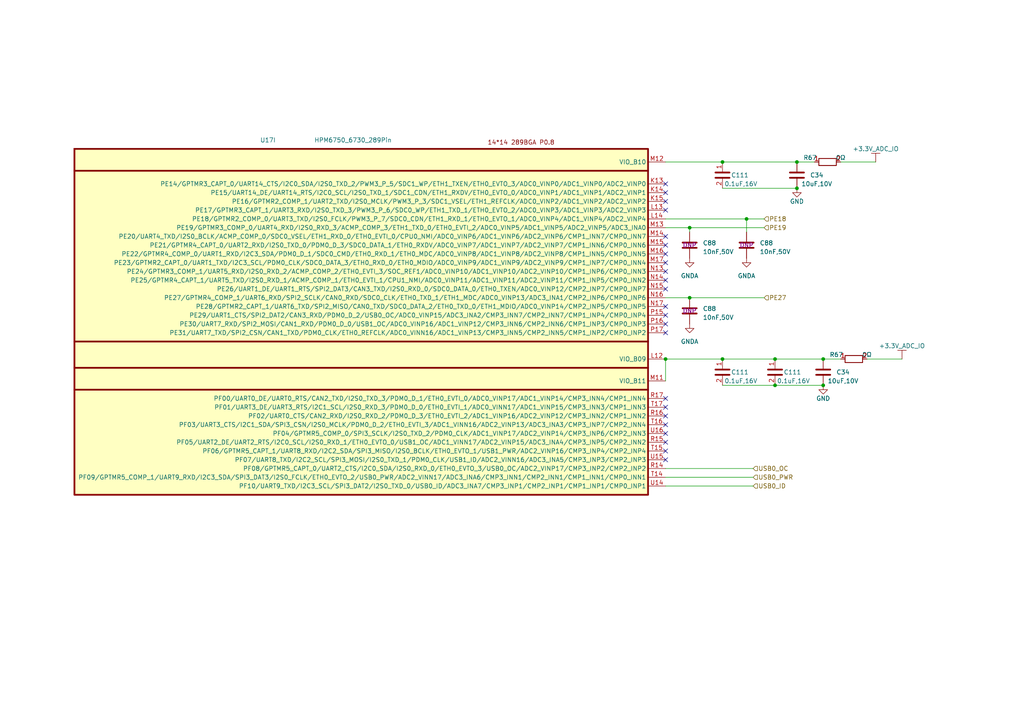
<source format=kicad_sch>
(kicad_sch (version 20230121) (generator eeschema)
  (paper "A4")
  (junction (at 238.76 111.76))
  (junction (at 238.76 104.14))
  (junction (at 200.025 66.04))
  (junction (at 209.55 46.99))
  (junction (at 209.55 104.14))
  (junction (at 231.14 46.99))
  (junction (at 200.025 86.36))
  (junction (at 231.14 54.61))
  (junction (at 224.79 104.14))
  (junction (at 224.79 111.76))
  (junction (at 216.535 63.5))
  (junction (at 193.04 104.14))
  (no_connect (at 193.04 93.98))
  (no_connect (at 193.04 81.28))
  (no_connect (at 193.04 88.9))
  (no_connect (at 193.04 125.73))
  (no_connect (at 193.04 115.57))
  (no_connect (at 193.04 78.74))
  (no_connect (at 193.04 83.82))
  (no_connect (at 193.04 123.19))
  (no_connect (at 193.04 55.88))
  (no_connect (at 193.04 53.34))
  (no_connect (at 193.04 58.42))
  (no_connect (at 193.04 73.66))
  (no_connect (at 193.04 133.35))
  (no_connect (at 193.04 96.52))
  (no_connect (at 193.04 91.44))
  (no_connect (at 193.04 128.27))
  (no_connect (at 193.04 76.2))
  (no_connect (at 193.04 130.81))
  (no_connect (at 193.04 60.96))
  (no_connect (at 193.04 71.12))
  (no_connect (at 193.04 68.58))
  (no_connect (at 193.04 118.11))
  (no_connect (at 193.04 120.65))
  (wire (pts (xy 216.535 63.5) (xy 216.535 67.31)))
  (wire (pts (xy 193.04 66.04) (xy 200.025 66.04)))
  (wire (pts (xy 231.14 46.99) (xy 236.22 46.99)))
  (wire (pts (xy 251.46 104.14) (xy 261.62 104.14)))
  (wire (pts (xy 224.79 111.76) (xy 238.76 111.76)))
  (wire (pts (xy 243.84 46.99) (xy 254 46.99)))
  (wire (pts (xy 224.79 104.14) (xy 238.76 104.14)))
  (wire (pts (xy 200.025 67.31) (xy 200.025 66.04)))
  (wire (pts (xy 193.04 104.14) (xy 209.55 104.14)))
  (wire (pts (xy 209.55 54.61) (xy 231.14 54.61)))
  (wire (pts (xy 200.025 86.36) (xy 193.04 86.36)))
  (wire (pts (xy 200.025 66.04) (xy 221.615 66.04)))
  (wire (pts (xy 218.44 135.89) (xy 193.04 135.89)))
  (wire (pts (xy 238.76 104.14) (xy 243.84 104.14)))
  (wire (pts (xy 218.44 138.43) (xy 193.04 138.43)))
  (wire (pts (xy 216.535 63.5) (xy 193.04 63.5)))
  (wire (pts (xy 193.04 140.97) (xy 218.44 140.97)))
  (wire (pts (xy 209.55 111.76) (xy 224.79 111.76)))
  (wire (pts (xy 221.615 63.5) (xy 216.535 63.5)))
  (wire (pts (xy 209.55 104.14) (xy 224.79 104.14)))
  (wire (pts (xy 209.55 46.99) (xy 231.14 46.99)))
  (wire (pts (xy 193.04 46.99) (xy 209.55 46.99)))
  (wire (pts (xy 193.04 104.14) (xy 193.04 110.49)))
  (wire (pts (xy 221.615 86.36) (xy 200.025 86.36)))
  (hierarchical_label "USB0_PWR" (shape input) (at 218.44 138.43 0))
  (hierarchical_label "PE18" (shape input) (at 221.615 63.5 0))
  (hierarchical_label "USB0_OC" (shape input) (at 218.44 135.89 0))
  (hierarchical_label "PE19" (shape input) (at 221.615 66.04 0))
  (hierarchical_label "PE27" (shape input) (at 221.615 86.36 0))
  (hierarchical_label "USB0_ID" (shape input) (at 218.44 140.97 0))
  (symbol (lib_name "0.1uF,16V_7") (lib_id "03_HPM_CAP:0.1uF,16V") (at 224.79 107.95 0) (mirror y) (unit 1)
    (property "Reference" "C111" (at 232.41 107.95 0) (effects (justify left)))
    (property "Value" "0.1uF,16V" (at 234.95 110.49 0) (effects (justify left)))
    (property "Footprint" "03_HPM_CAP:C_0402_1005Metric" (effects hide))
    (instances (project "HPM6750_ADC_EVK_RevA" (path "" (reference "C111") (unit 1)) (path "" (reference "C122") (unit 1))) (project "EVK_REVC" (path "" (reference "C122") (unit 1))))
  )
  (symbol (lib_id "03_HPM_CAP:10nF,50V") (at 216.535 71.12 0) (unit 1)
    (property "Reference" "C88" (at 220.345 70.485 0) (effects (justify left)))
    (property "Value" "10nF,50V" (at 220.345 73.025 0) (effects (justify left)))
    (property "Footprint" "03_HPM_CAP:C_0402_1005Metric" (effects hide))
    (property "DNP" "DNP" (at 216.535 71.12 0))
    (instances (project "HPM6750_ADC_EVK_RevA" (path "" (reference "C88") (unit 1)) (path "" (reference "C24") (unit 1))))
  )
  (symbol (lib_id "03_HPM_CAP:10nF,50V") (at 200.025 71.12 0) (unit 1)
    (property "Reference" "C88" (at 203.835 70.485 0) (effects (justify left)))
    (property "Value" "10nF,50V" (at 203.835 73.025 0) (effects (justify left)))
    (property "Footprint" "03_HPM_CAP:C_0402_1005Metric" (effects hide))
    (property "DNP" "DNP" (at 200.025 71.12 0))
    (instances (project "HPM6750_ADC_EVK_RevA" (path "" (reference "C88") (unit 1)) (path "" (reference "C23") (unit 1))))
  )
  (symbol (lib_id "hpm_power:+3.3V_ADC_IO") (at 254 46.99 0) (unit 1) (in_bom no) (on_board no)
    (property "Reference" "#PWR083" (effects hide))
    (property "Value" "+3.3V_ADC_IO" (at 254 43.18 0))
    (instances (project "HPM6750_ADC_EVK_RevA" (path "" (reference "#PWR083") (unit 1)) (path "" (reference "#PWR0181") (unit 1))))
  )
  (symbol (lib_id "hpm_power:+3.3V_ADC_IO") (at 261.62 104.14 0) (unit 1) (in_bom no) (on_board no)
    (property "Reference" "#PWR083" (effects hide))
    (property "Value" "+3.3V_ADC_IO" (at 261.62 100.33 0))
    (instances (project "HPM6750_ADC_EVK_RevA" (path "" (reference "#PWR083") (unit 1)) (path "" (reference "#PWR0182") (unit 1))))
  )
  (symbol (lib_id "power:GNDA") (at 200.025 93.98 0) (unit 1)
    (property "Reference" "#PWR074" (effects hide))
    (property "Value" "GNDA" (at 200.025 99.06 0))
    (instances (project "HPM6750_ADC_EVK_RevA" (path "" (reference "#PWR074") (unit 1)) (path "" (reference "#PWR088") (unit 1)) (path "" (reference "#PWR0198") (unit 1)) (path "" (reference "#PWR063") (unit 1))))
  )
  (symbol (lib_id "03_HPM_CAP:10nF,50V") (at 200.025 90.17 0) (unit 1)
    (property "Reference" "C88" (at 203.835 89.535 0) (effects (justify left)))
    (property "Value" "10nF,50V" (at 203.835 92.075 0) (effects (justify left)))
    (property "Footprint" "03_HPM_CAP:C_0402_1005Metric" (effects hide))
    (property "DNP" "DNP" (at 200.025 90.17 0))
    (instances (project "HPM6750_ADC_EVK_RevA" (path "" (reference "C88") (unit 1)) (path "" (reference "C25") (unit 1))))
  )
  (symbol (lib_id "02_HPM_Resis:0Ω") (at 247.65 104.14 0) (mirror x) (unit 1)
    (property "Reference" "R67" (at 242.57 102.87 0))
    (property "Value" "0Ω" (at 251.46 102.87 0))
    (property "Footprint" "02_HPM_Resis:R_0402_1005Metric" (effects hide))
    (instances (project "HPM6750_ADC_EVK_RevA" (path "" (reference "R67") (unit 1)) (path "" (reference "R71") (unit 1))) (project "EVK_REVC" (path "" (reference "R475") (unit 1))))
  )
  (symbol (lib_name "0.1uF,16V_7") (lib_id "03_HPM_CAP:0.1uF,16V") (at 209.55 50.8 0) (mirror y) (unit 1)
    (property "Reference" "C111" (at 217.17 50.8 0) (effects (justify left)))
    (property "Value" "0.1uF,16V" (at 219.71 53.34 0) (effects (justify left)))
    (property "Footprint" "03_HPM_CAP:C_0402_1005Metric" (effects hide))
    (instances (project "HPM6750_ADC_EVK_RevA" (path "" (reference "C111") (unit 1)) (path "" (reference "C111") (unit 1))) (project "EVK_REVC" (path "" (reference "C122") (unit 1))))
  )
  (symbol (lib_id "power:GNDA") (at 216.535 74.93 0) (unit 1)
    (property "Reference" "#PWR074" (effects hide))
    (property "Value" "GNDA" (at 216.535 80.01 0))
    (instances (project "HPM6750_ADC_EVK_RevA" (path "" (reference "#PWR074") (unit 1)) (path "" (reference "#PWR088") (unit 1)) (path "" (reference "#PWR0198") (unit 1)) (path "" (reference "#PWR062") (unit 1))))
  )
  (symbol (lib_id "03_HPM_CAP:10uF,10V") (at 238.76 107.95 0) (unit 1)
    (property "Reference" "C34" (at 242.57 107.95 0) (effects (justify left)))
    (property "Value" "10uF,10V" (at 240.03 110.49 0) (effects (justify left)))
    (property "Footprint" "03_HPM_CAP:C_0402_1005Metric" (effects hide))
    (instances (project "HPM6750_ADC_EVK_RevA" (path "" (reference "C34") (unit 1)) (path "" (reference "C108") (unit 1)) (path "" (reference "C119") (unit 1)) (path "" (reference "C121") (unit 1))))
  )
  (symbol (lib_id "power:GNDA") (at 200.025 74.93 0) (unit 1)
    (property "Reference" "#PWR074" (effects hide))
    (property "Value" "GNDA" (at 200.025 80.01 0))
    (instances (project "HPM6750_ADC_EVK_RevA" (path "" (reference "#PWR074") (unit 1)) (path "" (reference "#PWR088") (unit 1)) (path "" (reference "#PWR0198") (unit 1)) (path "" (reference "#PWR061") (unit 1))))
  )
  (symbol (lib_id "03_HPM_CAP:10uF,10V") (at 231.14 50.8 0) (unit 1)
    (property "Reference" "C34" (at 234.95 50.8 0) (effects (justify left)))
    (property "Value" "10uF,10V" (at 232.41 53.34 0) (effects (justify left)))
    (property "Footprint" "03_HPM_CAP:C_0402_1005Metric" (effects hide))
    (instances (project "HPM6750_ADC_EVK_RevA" (path "" (reference "C34") (unit 1)) (path "" (reference "C108") (unit 1)) (path "" (reference "C119") (unit 1)) (path "" (reference "C117") (unit 1))))
  )
  (symbol (lib_id "power:GND") (at 238.76 111.76 0) (mirror y) (unit 1)
    (property "Reference" "#PWR0173" (effects hide))
    (property "Value" "GND" (at 238.76 115.57 0))
    (instances (project "HPM6750_ADC_EVK_RevA" (path "" (reference "#PWR0173") (unit 1)) (path "" (reference "#PWR0180") (unit 1))) (project "EVK_REVC" (path "" (reference "#PWR0458") (unit 1))))
  )
  (symbol (lib_id "power:GND") (at 231.14 54.61 0) (mirror y) (unit 1)
    (property "Reference" "#PWR0173" (effects hide))
    (property "Value" "GND" (at 231.14 58.42 0))
    (instances (project "HPM6750_ADC_EVK_RevA" (path "" (reference "#PWR0173") (unit 1)) (path "" (reference "#PWR0173") (unit 1))) (project "EVK_REVC" (path "" (reference "#PWR0458") (unit 1))))
  )
  (symbol (lib_id "02_HPM_Resis:0Ω") (at 240.03 46.99 0) (mirror x) (unit 1)
    (property "Reference" "R67" (at 234.95 45.72 0))
    (property "Value" "0Ω" (at 243.84 45.72 0))
    (property "Footprint" "02_HPM_Resis:R_0402_1005Metric" (effects hide))
    (instances (project "HPM6750_ADC_EVK_RevA" (path "" (reference "R67") (unit 1)) (path "" (reference "R67") (unit 1))) (project "EVK_REVC" (path "" (reference "R475") (unit 1))))
  )
  (symbol (lib_id "0_HPM6000_Library:HPM6750_6730_289Pin") (at 187.96 43.18 0) (mirror y) (unit 9)
    (property "Reference" "U17" (at 80.01 40.64 0) (effects (justify left)))
    (property "Value" "HPM6750_6730_289Pin" (at 113.665 40.64 0) (effects (justify left)))
    (property "Footprint" "0_HPM6000_Library:BGA-289_17x17_14.0x14.0mm" (effects hide))
  )
  (symbol (lib_name "0.1uF,16V_7") (lib_id "03_HPM_CAP:0.1uF,16V") (at 209.55 107.95 0) (mirror y) (unit 1)
    (property "Reference" "C111" (at 217.17 107.95 0) (effects (justify left)))
    (property "Value" "0.1uF,16V" (at 219.71 110.49 0) (effects (justify left)))
    (property "Footprint" "03_HPM_CAP:C_0402_1005Metric" (effects hide))
    (instances (project "HPM6750_ADC_EVK_RevA" (path "" (reference "C111") (unit 1)) (path "" (reference "C120") (unit 1))) (project "EVK_REVC" (path "" (reference "C122") (unit 1))))
  )
)
</source>
